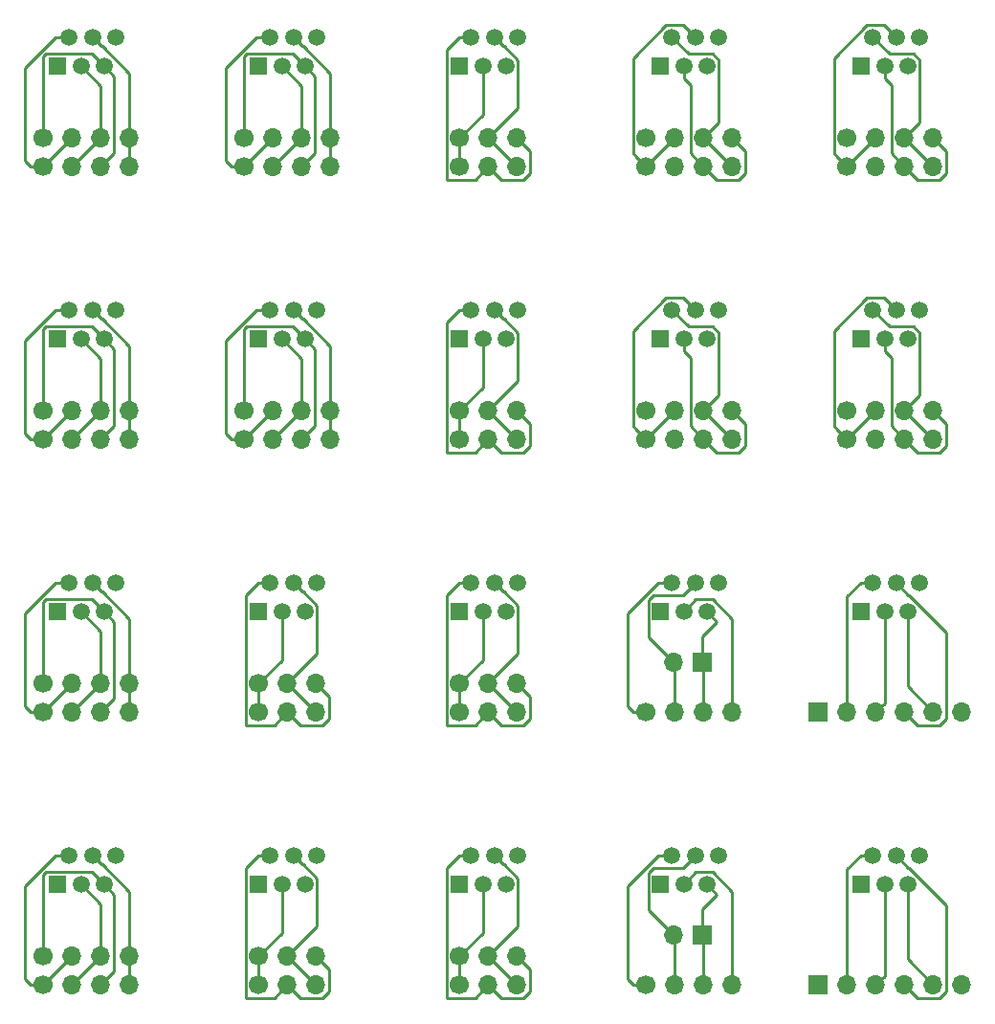
<source format=gbr>
G04 #@! TF.GenerationSoftware,KiCad,Pcbnew,5.1.5+dfsg1-2build2*
G04 #@! TF.CreationDate,2020-09-09T14:53:40-03:00*
G04 #@! TF.ProjectId,panel10x10,70616e65-6c31-4307-9831-302e6b696361,rev?*
G04 #@! TF.SameCoordinates,Original*
G04 #@! TF.FileFunction,Copper,L1,Top*
G04 #@! TF.FilePolarity,Positive*
%FSLAX46Y46*%
G04 Gerber Fmt 4.6, Leading zero omitted, Abs format (unit mm)*
G04 Created by KiCad (PCBNEW 5.1.5+dfsg1-2build2) date 2020-09-09 14:53:40*
%MOMM*%
%LPD*%
G04 APERTURE LIST*
%ADD10R,1.700000X1.700000*%
%ADD11O,1.700000X1.700000*%
%ADD12R,1.520000X1.520000*%
%ADD13C,1.520000*%
%ADD14C,1.700000*%
%ADD15C,0.250000*%
G04 APERTURE END LIST*
D10*
X137160000Y-148590000D03*
D11*
X139700000Y-148590000D03*
X142240000Y-148590000D03*
X144780000Y-148590000D03*
X147320000Y-148590000D03*
X149860000Y-148590000D03*
D12*
X140970000Y-139700000D03*
D13*
X141990000Y-137160000D03*
X143010000Y-139700000D03*
X144030000Y-137160000D03*
X145050000Y-139700000D03*
X146070000Y-137160000D03*
D12*
X123190000Y-139700000D03*
D13*
X124210000Y-137160000D03*
X125230000Y-139700000D03*
X126250000Y-137160000D03*
X127270000Y-139700000D03*
X128290000Y-137160000D03*
D14*
X121920000Y-148590000D03*
D11*
X124460000Y-148590000D03*
X127000000Y-148590000D03*
X129540000Y-148590000D03*
D10*
X126856531Y-144156812D03*
D11*
X124316531Y-144156812D03*
X147320000Y-97790000D03*
X144780000Y-97790000D03*
X142240000Y-97790000D03*
D14*
X139700000Y-97790000D03*
D13*
X146070000Y-88900000D03*
X145050000Y-91440000D03*
X144030000Y-88900000D03*
X143010000Y-91440000D03*
X141990000Y-88900000D03*
D12*
X140970000Y-91440000D03*
D11*
X147320000Y-100330000D03*
X144780000Y-100330000D03*
X142240000Y-100330000D03*
D14*
X139700000Y-100330000D03*
X121920000Y-100330000D03*
D11*
X124460000Y-100330000D03*
X127000000Y-100330000D03*
X129540000Y-100330000D03*
D14*
X121920000Y-97790000D03*
D11*
X124460000Y-97790000D03*
X127000000Y-97790000D03*
X129540000Y-97790000D03*
D12*
X123190000Y-91440000D03*
D13*
X124210000Y-88900000D03*
X125230000Y-91440000D03*
X126250000Y-88900000D03*
X127270000Y-91440000D03*
X128290000Y-88900000D03*
X146070000Y-64770000D03*
X145050000Y-67310000D03*
X144030000Y-64770000D03*
X143010000Y-67310000D03*
X141990000Y-64770000D03*
D12*
X140970000Y-67310000D03*
D11*
X147320000Y-76200000D03*
X144780000Y-76200000D03*
X142240000Y-76200000D03*
D14*
X139700000Y-76200000D03*
D11*
X147320000Y-73660000D03*
X144780000Y-73660000D03*
X142240000Y-73660000D03*
D14*
X139700000Y-73660000D03*
X121920000Y-73660000D03*
D11*
X124460000Y-73660000D03*
X127000000Y-73660000D03*
X129540000Y-73660000D03*
D14*
X121920000Y-76200000D03*
D11*
X124460000Y-76200000D03*
X127000000Y-76200000D03*
X129540000Y-76200000D03*
D12*
X123190000Y-67310000D03*
D13*
X124210000Y-64770000D03*
X125230000Y-67310000D03*
X126250000Y-64770000D03*
X127270000Y-67310000D03*
X128290000Y-64770000D03*
D11*
X110490000Y-146050000D03*
X107950000Y-146050000D03*
D14*
X105410000Y-146050000D03*
D13*
X110510000Y-137160000D03*
X109490000Y-139700000D03*
X108470000Y-137160000D03*
X107450000Y-139700000D03*
X106430000Y-137160000D03*
D12*
X105410000Y-139700000D03*
D11*
X110490000Y-148590000D03*
X107950000Y-148590000D03*
D14*
X105410000Y-148590000D03*
X87630000Y-146050000D03*
D11*
X90170000Y-146050000D03*
X92710000Y-146050000D03*
D12*
X87630000Y-139700000D03*
D13*
X88650000Y-137160000D03*
X89670000Y-139700000D03*
X90690000Y-137160000D03*
X91710000Y-139700000D03*
X92730000Y-137160000D03*
D14*
X87630000Y-148590000D03*
D11*
X90170000Y-148590000D03*
X92710000Y-148590000D03*
D13*
X110510000Y-113030000D03*
X109490000Y-115570000D03*
X108470000Y-113030000D03*
X107450000Y-115570000D03*
X106430000Y-113030000D03*
D12*
X105410000Y-115570000D03*
D11*
X110490000Y-121920000D03*
X107950000Y-121920000D03*
D14*
X105410000Y-121920000D03*
D11*
X110490000Y-124460000D03*
X107950000Y-124460000D03*
D14*
X105410000Y-124460000D03*
X87630000Y-121920000D03*
D11*
X90170000Y-121920000D03*
X92710000Y-121920000D03*
D14*
X87630000Y-124460000D03*
D11*
X90170000Y-124460000D03*
X92710000Y-124460000D03*
D12*
X87630000Y-115570000D03*
D13*
X88650000Y-113030000D03*
X89670000Y-115570000D03*
X90690000Y-113030000D03*
X91710000Y-115570000D03*
X92730000Y-113030000D03*
D11*
X110490000Y-100330000D03*
X107950000Y-100330000D03*
D14*
X105410000Y-100330000D03*
D13*
X110510000Y-88900000D03*
X109490000Y-91440000D03*
X108470000Y-88900000D03*
X107450000Y-91440000D03*
X106430000Y-88900000D03*
D12*
X105410000Y-91440000D03*
D11*
X110490000Y-97790000D03*
X107950000Y-97790000D03*
D14*
X105410000Y-97790000D03*
X105410000Y-76200000D03*
D11*
X107950000Y-76200000D03*
X110490000Y-76200000D03*
D14*
X105410000Y-73660000D03*
D11*
X107950000Y-73660000D03*
X110490000Y-73660000D03*
D12*
X105410000Y-67310000D03*
D13*
X106430000Y-64770000D03*
X107450000Y-67310000D03*
X108470000Y-64770000D03*
X109490000Y-67310000D03*
X110510000Y-64770000D03*
D14*
X86360000Y-97790000D03*
D11*
X88900000Y-97790000D03*
X91440000Y-97790000D03*
X93980000Y-97790000D03*
D12*
X87630000Y-91440000D03*
D13*
X88650000Y-88900000D03*
X89670000Y-91440000D03*
X90690000Y-88900000D03*
X91710000Y-91440000D03*
X92730000Y-88900000D03*
D14*
X86360000Y-100330000D03*
D11*
X88900000Y-100330000D03*
X91440000Y-100330000D03*
X93980000Y-100330000D03*
X76200000Y-148590000D03*
X73660000Y-148590000D03*
X71120000Y-148590000D03*
D14*
X68580000Y-148590000D03*
D13*
X74950000Y-137160000D03*
X73930000Y-139700000D03*
X72910000Y-137160000D03*
X71890000Y-139700000D03*
X70870000Y-137160000D03*
D12*
X69850000Y-139700000D03*
D11*
X76200000Y-146050000D03*
X73660000Y-146050000D03*
X71120000Y-146050000D03*
D14*
X68580000Y-146050000D03*
X68580000Y-124460000D03*
D11*
X71120000Y-124460000D03*
X73660000Y-124460000D03*
X76200000Y-124460000D03*
D14*
X68580000Y-121920000D03*
D11*
X71120000Y-121920000D03*
X73660000Y-121920000D03*
X76200000Y-121920000D03*
D12*
X69850000Y-115570000D03*
D13*
X70870000Y-113030000D03*
X71890000Y-115570000D03*
X72910000Y-113030000D03*
X73930000Y-115570000D03*
X74950000Y-113030000D03*
D11*
X76200000Y-100330000D03*
X73660000Y-100330000D03*
X71120000Y-100330000D03*
D14*
X68580000Y-100330000D03*
D13*
X74950000Y-88900000D03*
X73930000Y-91440000D03*
X72910000Y-88900000D03*
X71890000Y-91440000D03*
X70870000Y-88900000D03*
D12*
X69850000Y-91440000D03*
D11*
X76200000Y-97790000D03*
X73660000Y-97790000D03*
X71120000Y-97790000D03*
D14*
X68580000Y-97790000D03*
X86360000Y-73660000D03*
D11*
X88900000Y-73660000D03*
X91440000Y-73660000D03*
X93980000Y-73660000D03*
D12*
X87630000Y-67310000D03*
D13*
X88650000Y-64770000D03*
X89670000Y-67310000D03*
X90690000Y-64770000D03*
X91710000Y-67310000D03*
X92730000Y-64770000D03*
D14*
X86360000Y-76200000D03*
D11*
X88900000Y-76200000D03*
X91440000Y-76200000D03*
X93980000Y-76200000D03*
X76200000Y-76200000D03*
X73660000Y-76200000D03*
X71120000Y-76200000D03*
D14*
X68580000Y-76200000D03*
D11*
X76200000Y-73660000D03*
X73660000Y-73660000D03*
X71120000Y-73660000D03*
D14*
X68580000Y-73660000D03*
D13*
X74950000Y-64770000D03*
X73930000Y-67310000D03*
X72910000Y-64770000D03*
X71890000Y-67310000D03*
X70870000Y-64770000D03*
D12*
X69850000Y-67310000D03*
D11*
X124316531Y-120026812D03*
D10*
X126856531Y-120026812D03*
D11*
X129540000Y-124460000D03*
X127000000Y-124460000D03*
X124460000Y-124460000D03*
D14*
X121920000Y-124460000D03*
D13*
X128290000Y-113030000D03*
X127270000Y-115570000D03*
X126250000Y-113030000D03*
X125230000Y-115570000D03*
X124210000Y-113030000D03*
D12*
X123190000Y-115570000D03*
D11*
X149860000Y-124460000D03*
X147320000Y-124460000D03*
X144780000Y-124460000D03*
X142240000Y-124460000D03*
X139700000Y-124460000D03*
D10*
X137160000Y-124460000D03*
D13*
X146070000Y-113030000D03*
X145050000Y-115570000D03*
X144030000Y-113030000D03*
X143010000Y-115570000D03*
X141990000Y-113030000D03*
D12*
X140970000Y-115570000D03*
D15*
X76200000Y-72457919D02*
X76200000Y-73660000D01*
X76200000Y-67974198D02*
X76200000Y-72457919D01*
X73755801Y-65529999D02*
X76200000Y-67974198D01*
X73669999Y-65529999D02*
X73755801Y-65529999D01*
X72910000Y-64770000D02*
X73669999Y-65529999D01*
X76200000Y-73660000D02*
X76200000Y-76200000D01*
X93980000Y-67974198D02*
X93980000Y-72457919D01*
X93980000Y-72457919D02*
X93980000Y-73660000D01*
X90690000Y-64770000D02*
X91449999Y-65529999D01*
X91449999Y-65529999D02*
X91535801Y-65529999D01*
X93980000Y-73660000D02*
X93980000Y-76200000D01*
X91535801Y-65529999D02*
X93980000Y-67974198D01*
X72910000Y-88900000D02*
X73669999Y-89659999D01*
X76200000Y-96587919D02*
X76200000Y-97790000D01*
X73669999Y-89659999D02*
X73755801Y-89659999D01*
X73755801Y-89659999D02*
X76200000Y-92104198D01*
X76200000Y-92104198D02*
X76200000Y-96587919D01*
X76200000Y-97790000D02*
X76200000Y-100330000D01*
X76200000Y-116234198D02*
X76200000Y-120717919D01*
X76200000Y-121920000D02*
X76200000Y-124460000D01*
X72910000Y-113030000D02*
X73669999Y-113789999D01*
X76200000Y-120717919D02*
X76200000Y-121920000D01*
X73755801Y-113789999D02*
X76200000Y-116234198D01*
X73669999Y-113789999D02*
X73755801Y-113789999D01*
X76200000Y-146050000D02*
X76200000Y-148590000D01*
X76200000Y-144847919D02*
X76200000Y-146050000D01*
X73669999Y-137919999D02*
X73755801Y-137919999D01*
X73755801Y-137919999D02*
X76200000Y-140364198D01*
X72910000Y-137160000D02*
X73669999Y-137919999D01*
X76200000Y-140364198D02*
X76200000Y-144847919D01*
X90690000Y-88900000D02*
X91449999Y-89659999D01*
X93980000Y-96587919D02*
X93980000Y-97790000D01*
X91535801Y-89659999D02*
X93980000Y-92104198D01*
X91449999Y-89659999D02*
X91535801Y-89659999D01*
X93980000Y-97790000D02*
X93980000Y-100330000D01*
X93980000Y-92104198D02*
X93980000Y-96587919D01*
X107950000Y-73660000D02*
X110490000Y-76200000D01*
X108799999Y-72810001D02*
X107950000Y-73660000D01*
X108470000Y-64770000D02*
X109229999Y-65529999D01*
X109229999Y-65529999D02*
X109315801Y-65529999D01*
X110575001Y-71034999D02*
X108799999Y-72810001D01*
X110575001Y-66789199D02*
X110575001Y-71034999D01*
X109315801Y-65529999D02*
X110575001Y-66789199D01*
X110575001Y-95164999D02*
X108799999Y-96940001D01*
X107950000Y-97790000D02*
X110490000Y-100330000D01*
X109229999Y-89659999D02*
X109315801Y-89659999D01*
X109315801Y-89659999D02*
X110575001Y-90919199D01*
X108799999Y-96940001D02*
X107950000Y-97790000D01*
X110575001Y-90919199D02*
X110575001Y-95164999D01*
X108470000Y-88900000D02*
X109229999Y-89659999D01*
X92795001Y-115049199D02*
X92795001Y-119294999D01*
X91019999Y-121070001D02*
X90170000Y-121920000D01*
X91535801Y-113789999D02*
X92795001Y-115049199D01*
X90690000Y-113030000D02*
X91449999Y-113789999D01*
X90170000Y-121920000D02*
X92710000Y-124460000D01*
X91449999Y-113789999D02*
X91535801Y-113789999D01*
X92795001Y-119294999D02*
X91019999Y-121070001D01*
X110575001Y-115049199D02*
X110575001Y-119294999D01*
X109229999Y-113789999D02*
X109315801Y-113789999D01*
X110575001Y-119294999D02*
X108799999Y-121070001D01*
X108470000Y-113030000D02*
X109229999Y-113789999D01*
X109315801Y-113789999D02*
X110575001Y-115049199D01*
X108799999Y-121070001D02*
X107950000Y-121920000D01*
X107950000Y-121920000D02*
X110490000Y-124460000D01*
X92795001Y-139179199D02*
X92795001Y-143424999D01*
X92795001Y-143424999D02*
X91019999Y-145200001D01*
X90170000Y-146050000D02*
X92710000Y-148590000D01*
X91449999Y-137919999D02*
X91535801Y-137919999D01*
X91019999Y-145200001D02*
X90170000Y-146050000D01*
X91535801Y-137919999D02*
X92795001Y-139179199D01*
X90690000Y-137160000D02*
X91449999Y-137919999D01*
X108470000Y-137160000D02*
X109229999Y-137919999D01*
X110575001Y-143424999D02*
X108799999Y-145200001D01*
X107950000Y-146050000D02*
X110490000Y-148590000D01*
X110575001Y-139179199D02*
X110575001Y-143424999D01*
X109229999Y-137919999D02*
X109315801Y-137919999D01*
X108799999Y-145200001D02*
X107950000Y-146050000D01*
X109315801Y-137919999D02*
X110575001Y-139179199D01*
X121920000Y-76200000D02*
X124460000Y-73660000D01*
X120744999Y-75024999D02*
X121070001Y-75350001D01*
X126250000Y-64770000D02*
X125164999Y-63684999D01*
X123689199Y-63684999D02*
X120744999Y-66629199D01*
X120744999Y-66629199D02*
X120744999Y-75024999D01*
X125164999Y-63684999D02*
X123689199Y-63684999D01*
X121070001Y-75350001D02*
X121920000Y-76200000D01*
X138850001Y-75350001D02*
X139700000Y-76200000D01*
X138524999Y-75024999D02*
X138850001Y-75350001D01*
X142944999Y-63684999D02*
X141469199Y-63684999D01*
X141469199Y-63684999D02*
X138524999Y-66629199D01*
X138524999Y-66629199D02*
X138524999Y-75024999D01*
X144030000Y-64770000D02*
X142944999Y-63684999D01*
X139700000Y-76200000D02*
X142240000Y-73660000D01*
X125164999Y-87814999D02*
X123689199Y-87814999D01*
X126250000Y-88900000D02*
X125164999Y-87814999D01*
X121920000Y-100330000D02*
X124460000Y-97790000D01*
X121070001Y-99480001D02*
X121920000Y-100330000D01*
X123689199Y-87814999D02*
X120744999Y-90759199D01*
X120744999Y-90759199D02*
X120744999Y-99154999D01*
X120744999Y-99154999D02*
X121070001Y-99480001D01*
X144030000Y-88900000D02*
X142944999Y-87814999D01*
X141469199Y-87814999D02*
X138524999Y-90759199D01*
X138524999Y-90759199D02*
X138524999Y-99154999D01*
X138524999Y-99154999D02*
X138850001Y-99480001D01*
X142944999Y-87814999D02*
X141469199Y-87814999D01*
X139700000Y-100330000D02*
X142240000Y-97790000D01*
X138850001Y-99480001D02*
X139700000Y-100330000D01*
X122539997Y-114115001D02*
X122104999Y-114549999D01*
X125164999Y-114115001D02*
X122539997Y-114115001D01*
X126250000Y-113030000D02*
X125164999Y-114115001D01*
X124460000Y-120170281D02*
X124316531Y-120026812D01*
X124460000Y-124460000D02*
X124460000Y-120170281D01*
X122104999Y-117815280D02*
X124316531Y-120026812D01*
X122104999Y-114549999D02*
X122104999Y-117815280D01*
X122539997Y-138245001D02*
X122104999Y-138679999D01*
X122104999Y-138679999D02*
X122104999Y-141945280D01*
X122104999Y-141945280D02*
X124316531Y-144156812D01*
X124460000Y-148590000D02*
X124460000Y-144300281D01*
X126250000Y-137160000D02*
X125164999Y-138245001D01*
X124460000Y-144300281D02*
X124316531Y-144156812D01*
X125164999Y-138245001D02*
X122539997Y-138245001D01*
X145629999Y-125309999D02*
X144780000Y-124460000D01*
X147884001Y-125635001D02*
X145955001Y-125635001D01*
X148495001Y-125024001D02*
X147884001Y-125635001D01*
X148495001Y-117409199D02*
X148495001Y-125024001D01*
X145200803Y-114115001D02*
X148495001Y-117409199D01*
X145955001Y-125635001D02*
X145629999Y-125309999D01*
X145115001Y-114115001D02*
X145200803Y-114115001D01*
X144030000Y-113030000D02*
X145115001Y-114115001D01*
X144030000Y-137160000D02*
X145115001Y-138245001D01*
X145200803Y-138245001D02*
X148495001Y-141539199D01*
X148495001Y-141539199D02*
X148495001Y-149154001D01*
X145115001Y-138245001D02*
X145200803Y-138245001D01*
X145955001Y-149765001D02*
X145629999Y-149439999D01*
X147884001Y-149765001D02*
X145955001Y-149765001D01*
X145629999Y-149439999D02*
X144780000Y-148590000D01*
X148495001Y-149154001D02*
X147884001Y-149765001D01*
X71120000Y-76200000D02*
X73660000Y-73660000D01*
X73660000Y-69080000D02*
X73660000Y-73660000D01*
X71890000Y-67310000D02*
X73660000Y-69080000D01*
X89670000Y-67310000D02*
X91440000Y-69080000D01*
X91440000Y-69080000D02*
X91440000Y-73660000D01*
X88900000Y-76200000D02*
X91440000Y-73660000D01*
X71120000Y-100330000D02*
X73660000Y-97790000D01*
X73660000Y-93210000D02*
X73660000Y-97790000D01*
X71890000Y-91440000D02*
X73660000Y-93210000D01*
X73660000Y-117340000D02*
X73660000Y-121920000D01*
X71120000Y-124460000D02*
X73660000Y-121920000D01*
X71890000Y-115570000D02*
X73660000Y-117340000D01*
X71890000Y-139700000D02*
X73660000Y-141470000D01*
X71120000Y-148590000D02*
X73660000Y-146050000D01*
X73660000Y-141470000D02*
X73660000Y-146050000D01*
X91440000Y-93210000D02*
X91440000Y-97790000D01*
X88900000Y-100330000D02*
X91440000Y-97790000D01*
X89670000Y-91440000D02*
X91440000Y-93210000D01*
X107450000Y-67310000D02*
X107450000Y-71620000D01*
X105410000Y-73660000D02*
X105410000Y-76200000D01*
X107450000Y-71620000D02*
X105410000Y-73660000D01*
X107450000Y-91440000D02*
X107450000Y-95750000D01*
X107450000Y-95750000D02*
X105410000Y-97790000D01*
X105410000Y-97790000D02*
X105410000Y-100330000D01*
X89670000Y-119880000D02*
X87630000Y-121920000D01*
X87630000Y-121920000D02*
X87630000Y-124460000D01*
X89670000Y-115570000D02*
X89670000Y-119880000D01*
X107450000Y-115570000D02*
X107450000Y-119880000D01*
X107450000Y-119880000D02*
X105410000Y-121920000D01*
X105410000Y-121920000D02*
X105410000Y-124460000D01*
X89670000Y-144010000D02*
X87630000Y-146050000D01*
X87630000Y-146050000D02*
X87630000Y-148590000D01*
X89670000Y-139700000D02*
X89670000Y-144010000D01*
X107450000Y-144010000D02*
X105410000Y-146050000D01*
X107450000Y-139700000D02*
X107450000Y-144010000D01*
X105410000Y-146050000D02*
X105410000Y-148590000D01*
X129540000Y-123257919D02*
X129540000Y-124460000D01*
X129540000Y-116234198D02*
X129540000Y-123257919D01*
X127790801Y-114484999D02*
X129540000Y-116234198D01*
X126315001Y-114484999D02*
X127790801Y-114484999D01*
X125230000Y-115570000D02*
X126315001Y-114484999D01*
X129540000Y-147387919D02*
X129540000Y-148590000D01*
X129540000Y-140364198D02*
X129540000Y-147387919D01*
X125230000Y-139700000D02*
X126315001Y-138614999D01*
X127790801Y-138614999D02*
X129540000Y-140364198D01*
X126315001Y-138614999D02*
X127790801Y-138614999D01*
X143010000Y-123690000D02*
X142240000Y-124460000D01*
X143010000Y-115570000D02*
X143010000Y-123690000D01*
X143010000Y-147820000D02*
X142240000Y-148590000D01*
X143010000Y-139700000D02*
X143010000Y-147820000D01*
X68580000Y-76200000D02*
X68580000Y-75399002D01*
X68580000Y-76200000D02*
X71120000Y-73660000D01*
X67480000Y-76200000D02*
X68580000Y-76200000D01*
X66954990Y-75674990D02*
X67480000Y-76200000D01*
X66954990Y-67463598D02*
X66954990Y-75674990D01*
X69648588Y-64770000D02*
X66954990Y-67463598D01*
X70870000Y-64770000D02*
X69648588Y-64770000D01*
X88650000Y-64770000D02*
X87428588Y-64770000D01*
X87428588Y-64770000D02*
X84734990Y-67463598D01*
X86360000Y-76200000D02*
X86360000Y-75399002D01*
X85260000Y-76200000D02*
X86360000Y-76200000D01*
X86360000Y-76200000D02*
X88900000Y-73660000D01*
X84734990Y-67463598D02*
X84734990Y-75674990D01*
X84734990Y-75674990D02*
X85260000Y-76200000D01*
X66954990Y-91593598D02*
X66954990Y-99804990D01*
X68580000Y-100330000D02*
X71120000Y-97790000D01*
X66954990Y-99804990D02*
X67480000Y-100330000D01*
X67480000Y-100330000D02*
X68580000Y-100330000D01*
X69648588Y-88900000D02*
X66954990Y-91593598D01*
X70870000Y-88900000D02*
X69648588Y-88900000D01*
X68580000Y-100330000D02*
X68580000Y-99529002D01*
X66954990Y-123934990D02*
X67480000Y-124460000D01*
X69648588Y-113030000D02*
X66954990Y-115723598D01*
X70870000Y-113030000D02*
X69648588Y-113030000D01*
X68580000Y-124460000D02*
X71120000Y-121920000D01*
X66954990Y-115723598D02*
X66954990Y-123934990D01*
X68580000Y-124460000D02*
X68580000Y-123659002D01*
X67480000Y-124460000D02*
X68580000Y-124460000D01*
X66954990Y-148064990D02*
X67480000Y-148590000D01*
X68580000Y-148590000D02*
X71120000Y-146050000D01*
X70870000Y-137160000D02*
X69648588Y-137160000D01*
X69648588Y-137160000D02*
X66954990Y-139853598D01*
X66954990Y-139853598D02*
X66954990Y-148064990D01*
X67480000Y-148590000D02*
X68580000Y-148590000D01*
X68580000Y-148590000D02*
X68580000Y-147789002D01*
X86360000Y-100330000D02*
X86360000Y-99529002D01*
X84734990Y-91593598D02*
X84734990Y-99804990D01*
X85260000Y-100330000D02*
X86360000Y-100330000D01*
X86360000Y-100330000D02*
X88900000Y-97790000D01*
X87428588Y-88900000D02*
X84734990Y-91593598D01*
X88650000Y-88900000D02*
X87428588Y-88900000D01*
X84734990Y-99804990D02*
X85260000Y-100330000D01*
X107950000Y-76200000D02*
X109125001Y-77375001D01*
X111665001Y-74835001D02*
X111339999Y-74509999D01*
X111665001Y-76764001D02*
X111665001Y-74835001D01*
X111054001Y-77375001D02*
X111665001Y-76764001D01*
X104234999Y-77310001D02*
X104234999Y-65890199D01*
X109125001Y-77375001D02*
X111054001Y-77375001D01*
X105355198Y-64770000D02*
X106430000Y-64770000D01*
X111339999Y-74509999D02*
X110490000Y-73660000D01*
X104299999Y-77375001D02*
X104234999Y-77310001D01*
X106774999Y-77375001D02*
X104299999Y-77375001D01*
X104234999Y-65890199D02*
X105355198Y-64770000D01*
X107950000Y-76200000D02*
X106774999Y-77375001D01*
X106774999Y-101505001D02*
X104299999Y-101505001D01*
X111054001Y-101505001D02*
X111665001Y-100894001D01*
X111339999Y-98639999D02*
X110490000Y-97790000D01*
X111665001Y-98965001D02*
X111339999Y-98639999D01*
X104234999Y-90020199D02*
X105355198Y-88900000D01*
X107950000Y-100330000D02*
X106774999Y-101505001D01*
X104234999Y-101440001D02*
X104234999Y-90020199D01*
X107950000Y-100330000D02*
X109125001Y-101505001D01*
X111665001Y-100894001D02*
X111665001Y-98965001D01*
X104299999Y-101505001D02*
X104234999Y-101440001D01*
X109125001Y-101505001D02*
X111054001Y-101505001D01*
X105355198Y-88900000D02*
X106430000Y-88900000D01*
X93885001Y-125024001D02*
X93885001Y-123095001D01*
X88994999Y-125635001D02*
X86519999Y-125635001D01*
X90170000Y-124460000D02*
X91345001Y-125635001D01*
X86519999Y-125635001D02*
X86454999Y-125570001D01*
X90170000Y-124460000D02*
X88994999Y-125635001D01*
X93885001Y-123095001D02*
X93559999Y-122769999D01*
X93559999Y-122769999D02*
X92710000Y-121920000D01*
X86454999Y-114150199D02*
X87575198Y-113030000D01*
X86454999Y-125570001D02*
X86454999Y-114150199D01*
X91345001Y-125635001D02*
X93274001Y-125635001D01*
X87575198Y-113030000D02*
X88650000Y-113030000D01*
X93274001Y-125635001D02*
X93885001Y-125024001D01*
X104234999Y-114150199D02*
X105355198Y-113030000D01*
X105355198Y-113030000D02*
X106430000Y-113030000D01*
X106774999Y-125635001D02*
X104299999Y-125635001D01*
X111665001Y-125024001D02*
X111665001Y-123095001D01*
X109125001Y-125635001D02*
X111054001Y-125635001D01*
X111339999Y-122769999D02*
X110490000Y-121920000D01*
X104234999Y-125570001D02*
X104234999Y-114150199D01*
X111665001Y-123095001D02*
X111339999Y-122769999D01*
X107950000Y-124460000D02*
X109125001Y-125635001D01*
X104299999Y-125635001D02*
X104234999Y-125570001D01*
X111054001Y-125635001D02*
X111665001Y-125024001D01*
X107950000Y-124460000D02*
X106774999Y-125635001D01*
X86454999Y-149700001D02*
X86454999Y-138280199D01*
X93885001Y-147225001D02*
X93559999Y-146899999D01*
X91345001Y-149765001D02*
X93274001Y-149765001D01*
X90170000Y-148590000D02*
X88994999Y-149765001D01*
X90170000Y-148590000D02*
X91345001Y-149765001D01*
X86454999Y-138280199D02*
X87575198Y-137160000D01*
X93274001Y-149765001D02*
X93885001Y-149154001D01*
X86519999Y-149765001D02*
X86454999Y-149700001D01*
X87575198Y-137160000D02*
X88650000Y-137160000D01*
X93885001Y-149154001D02*
X93885001Y-147225001D01*
X93559999Y-146899999D02*
X92710000Y-146050000D01*
X88994999Y-149765001D02*
X86519999Y-149765001D01*
X106774999Y-149765001D02*
X104299999Y-149765001D01*
X111054001Y-149765001D02*
X111665001Y-149154001D01*
X104234999Y-149700001D02*
X104234999Y-138280199D01*
X111665001Y-149154001D02*
X111665001Y-147225001D01*
X111339999Y-146899999D02*
X110490000Y-146050000D01*
X107950000Y-148590000D02*
X106774999Y-149765001D01*
X109125001Y-149765001D02*
X111054001Y-149765001D01*
X111665001Y-147225001D02*
X111339999Y-146899999D01*
X104234999Y-138280199D02*
X105355198Y-137160000D01*
X104299999Y-149765001D02*
X104234999Y-149700001D01*
X105355198Y-137160000D02*
X106430000Y-137160000D01*
X107950000Y-148590000D02*
X109125001Y-149765001D01*
X121920000Y-124460000D02*
X121920000Y-123659002D01*
X120820000Y-124460000D02*
X121920000Y-124460000D01*
X120294990Y-123934990D02*
X120820000Y-124460000D01*
X120294990Y-115723598D02*
X120294990Y-123934990D01*
X122988588Y-113030000D02*
X120294990Y-115723598D01*
X124210000Y-113030000D02*
X122988588Y-113030000D01*
X121920000Y-148590000D02*
X121920000Y-147789002D01*
X124210000Y-137160000D02*
X122988588Y-137160000D01*
X120820000Y-148590000D02*
X121920000Y-148590000D01*
X120294990Y-148064990D02*
X120820000Y-148590000D01*
X122988588Y-137160000D02*
X120294990Y-139853598D01*
X120294990Y-139853598D02*
X120294990Y-148064990D01*
X139700000Y-123257919D02*
X139700000Y-124460000D01*
X140915198Y-113030000D02*
X139700000Y-114245198D01*
X139700000Y-114245198D02*
X139700000Y-123257919D01*
X141990000Y-113030000D02*
X140915198Y-113030000D01*
X139700000Y-138375198D02*
X139700000Y-147387919D01*
X141990000Y-137160000D02*
X140915198Y-137160000D01*
X140915198Y-137160000D02*
X139700000Y-138375198D01*
X139700000Y-147387919D02*
X139700000Y-148590000D01*
X68580000Y-73660000D02*
X68580000Y-73830000D01*
X74509999Y-75350001D02*
X73660000Y-76200000D01*
X74835001Y-75024999D02*
X74509999Y-75350001D01*
X74835001Y-68215001D02*
X74835001Y-75024999D01*
X73930000Y-67310000D02*
X74835001Y-68215001D01*
X73170001Y-66550001D02*
X73930000Y-67310000D01*
X72844999Y-66224999D02*
X73170001Y-66550001D01*
X68829999Y-66224999D02*
X72844999Y-66224999D01*
X68580000Y-66474998D02*
X68829999Y-66224999D01*
X68580000Y-73660000D02*
X68580000Y-66474998D01*
X92615001Y-68215001D02*
X92615001Y-75024999D01*
X90950001Y-66550001D02*
X91710000Y-67310000D01*
X91710000Y-67310000D02*
X92615001Y-68215001D01*
X86360000Y-73660000D02*
X86360000Y-73830000D01*
X90624999Y-66224999D02*
X90950001Y-66550001D01*
X86360000Y-73660000D02*
X86360000Y-66474998D01*
X92615001Y-75024999D02*
X92289999Y-75350001D01*
X86360000Y-66474998D02*
X86609999Y-66224999D01*
X86609999Y-66224999D02*
X90624999Y-66224999D01*
X92289999Y-75350001D02*
X91440000Y-76200000D01*
X73930000Y-91440000D02*
X74835001Y-92345001D01*
X74835001Y-99154999D02*
X74509999Y-99480001D01*
X68580000Y-90604998D02*
X68829999Y-90354999D01*
X68580000Y-97790000D02*
X68580000Y-90604998D01*
X72844999Y-90354999D02*
X73170001Y-90680001D01*
X68829999Y-90354999D02*
X72844999Y-90354999D01*
X74835001Y-92345001D02*
X74835001Y-99154999D01*
X74509999Y-99480001D02*
X73660000Y-100330000D01*
X68580000Y-97790000D02*
X68580000Y-97960000D01*
X73170001Y-90680001D02*
X73930000Y-91440000D01*
X68580000Y-114734998D02*
X68829999Y-114484999D01*
X68580000Y-121920000D02*
X68580000Y-114734998D01*
X68580000Y-121920000D02*
X68580000Y-122090000D01*
X73170001Y-114810001D02*
X73930000Y-115570000D01*
X72844999Y-114484999D02*
X73170001Y-114810001D01*
X74835001Y-116475001D02*
X74835001Y-123284999D01*
X74509999Y-123610001D02*
X73660000Y-124460000D01*
X73930000Y-115570000D02*
X74835001Y-116475001D01*
X74835001Y-123284999D02*
X74509999Y-123610001D01*
X68829999Y-114484999D02*
X72844999Y-114484999D01*
X68580000Y-138864998D02*
X68829999Y-138614999D01*
X68580000Y-146050000D02*
X68580000Y-138864998D01*
X73170001Y-138940001D02*
X73930000Y-139700000D01*
X73930000Y-139700000D02*
X74835001Y-140605001D01*
X68829999Y-138614999D02*
X72844999Y-138614999D01*
X74835001Y-147414999D02*
X74509999Y-147740001D01*
X72844999Y-138614999D02*
X73170001Y-138940001D01*
X74509999Y-147740001D02*
X73660000Y-148590000D01*
X68580000Y-146050000D02*
X68580000Y-146220000D01*
X74835001Y-140605001D02*
X74835001Y-147414999D01*
X90950001Y-90680001D02*
X91710000Y-91440000D01*
X86360000Y-97790000D02*
X86360000Y-97960000D01*
X86609999Y-90354999D02*
X90624999Y-90354999D01*
X92289999Y-99480001D02*
X91440000Y-100330000D01*
X92615001Y-92345001D02*
X92615001Y-99154999D01*
X86360000Y-90604998D02*
X86609999Y-90354999D01*
X91710000Y-91440000D02*
X92615001Y-92345001D01*
X90624999Y-90354999D02*
X90950001Y-90680001D01*
X92615001Y-99154999D02*
X92289999Y-99480001D01*
X86360000Y-97790000D02*
X86360000Y-90604998D01*
X127270000Y-115570000D02*
X128175001Y-116475001D01*
X127000000Y-120170281D02*
X126856531Y-120026812D01*
X127000000Y-124460000D02*
X127000000Y-120170281D01*
X126856531Y-117793471D02*
X126856531Y-120026812D01*
X128175001Y-116475001D02*
X126856531Y-117793471D01*
X127000000Y-144300281D02*
X126856531Y-144156812D01*
X127270000Y-139700000D02*
X128175001Y-140605001D01*
X127000000Y-148590000D02*
X127000000Y-144300281D01*
X126856531Y-141923471D02*
X126856531Y-144156812D01*
X128175001Y-140605001D02*
X126856531Y-141923471D01*
X145050000Y-122190000D02*
X147320000Y-124460000D01*
X145050000Y-115570000D02*
X145050000Y-122190000D01*
X145050000Y-146320000D02*
X147320000Y-148590000D01*
X145050000Y-139700000D02*
X145050000Y-146320000D01*
X128355001Y-66789199D02*
X128355001Y-72304999D01*
X127790801Y-66224999D02*
X128355001Y-66789199D01*
X127849999Y-72810001D02*
X127000000Y-73660000D01*
X128355001Y-72304999D02*
X127849999Y-72810001D01*
X125664999Y-66224999D02*
X127790801Y-66224999D01*
X127000000Y-73660000D02*
X129540000Y-76200000D01*
X124210000Y-64770000D02*
X125664999Y-66224999D01*
X141990000Y-64770000D02*
X143444999Y-66224999D01*
X146135001Y-66789199D02*
X146135001Y-72304999D01*
X145629999Y-72810001D02*
X144780000Y-73660000D01*
X145570801Y-66224999D02*
X146135001Y-66789199D01*
X144780000Y-73660000D02*
X147320000Y-76200000D01*
X143444999Y-66224999D02*
X145570801Y-66224999D01*
X146135001Y-72304999D02*
X145629999Y-72810001D01*
X125664999Y-90354999D02*
X127790801Y-90354999D01*
X128355001Y-96434999D02*
X127849999Y-96940001D01*
X127790801Y-90354999D02*
X128355001Y-90919199D01*
X127849999Y-96940001D02*
X127000000Y-97790000D01*
X127000000Y-97790000D02*
X129540000Y-100330000D01*
X128355001Y-90919199D02*
X128355001Y-96434999D01*
X124210000Y-88900000D02*
X125664999Y-90354999D01*
X144780000Y-97790000D02*
X147320000Y-100330000D01*
X146135001Y-96434999D02*
X145629999Y-96940001D01*
X143444999Y-90354999D02*
X145570801Y-90354999D01*
X141990000Y-88900000D02*
X143444999Y-90354999D01*
X145629999Y-96940001D02*
X144780000Y-97790000D01*
X145570801Y-90354999D02*
X146135001Y-90919199D01*
X146135001Y-90919199D02*
X146135001Y-96434999D01*
X125824999Y-68979801D02*
X125230000Y-68384802D01*
X125230000Y-68384802D02*
X125230000Y-67310000D01*
X128175001Y-77375001D02*
X127849999Y-77049999D01*
X125824999Y-75024999D02*
X125824999Y-68979801D01*
X130715001Y-76764001D02*
X130104001Y-77375001D01*
X127000000Y-76200000D02*
X125824999Y-75024999D01*
X130715001Y-74835001D02*
X130715001Y-76764001D01*
X127849999Y-77049999D02*
X127000000Y-76200000D01*
X130104001Y-77375001D02*
X128175001Y-77375001D01*
X129540000Y-73660000D02*
X130715001Y-74835001D01*
X148495001Y-74835001D02*
X148495001Y-76764001D01*
X145955001Y-77375001D02*
X145629999Y-77049999D01*
X147320000Y-73660000D02*
X148495001Y-74835001D01*
X148495001Y-76764001D02*
X147884001Y-77375001D01*
X144780000Y-76200000D02*
X143604999Y-75024999D01*
X143604999Y-68979801D02*
X143010000Y-68384802D01*
X143010000Y-68384802D02*
X143010000Y-67310000D01*
X143604999Y-75024999D02*
X143604999Y-68979801D01*
X147884001Y-77375001D02*
X145955001Y-77375001D01*
X145629999Y-77049999D02*
X144780000Y-76200000D01*
X125824999Y-99154999D02*
X125824999Y-93109801D01*
X125824999Y-93109801D02*
X125230000Y-92514802D01*
X130715001Y-100894001D02*
X130104001Y-101505001D01*
X128175001Y-101505001D02*
X127849999Y-101179999D01*
X125230000Y-92514802D02*
X125230000Y-91440000D01*
X129540000Y-97790000D02*
X130715001Y-98965001D01*
X127000000Y-100330000D02*
X125824999Y-99154999D01*
X127849999Y-101179999D02*
X127000000Y-100330000D01*
X130104001Y-101505001D02*
X128175001Y-101505001D01*
X130715001Y-98965001D02*
X130715001Y-100894001D01*
X145955001Y-101505001D02*
X145629999Y-101179999D01*
X147884001Y-101505001D02*
X145955001Y-101505001D01*
X148495001Y-98965001D02*
X148495001Y-100894001D01*
X143010000Y-92514802D02*
X143010000Y-91440000D01*
X148495001Y-100894001D02*
X147884001Y-101505001D01*
X143604999Y-93109801D02*
X143010000Y-92514802D01*
X144780000Y-100330000D02*
X143604999Y-99154999D01*
X145629999Y-101179999D02*
X144780000Y-100330000D01*
X143604999Y-99154999D02*
X143604999Y-93109801D01*
X147320000Y-97790000D02*
X148495001Y-98965001D01*
M02*

</source>
